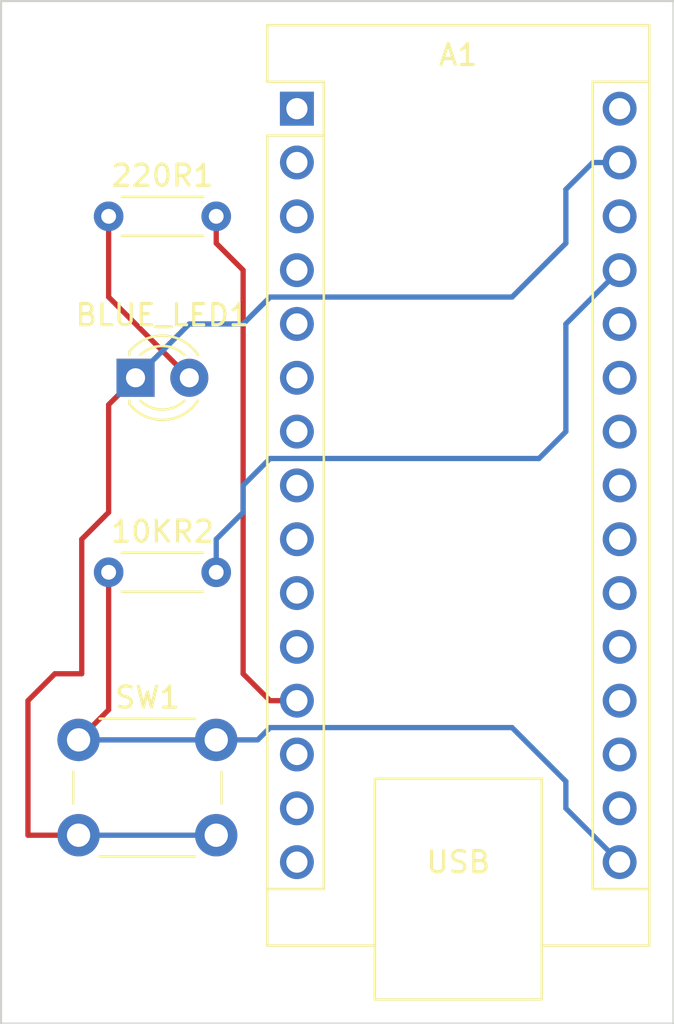
<source format=kicad_pcb>
(kicad_pcb (version 20221018) (generator pcbnew)
  (layers (0 "F.Cu" signal) (31 "B.Cu" signal) (34 "B.Paste" user) (35 "F.Paste" user) (36 "B.SilkS" user "B.Silkscreen") (37 "F.SilkS" user "F.Silkscreen") (38 "B.Mask" user) (39 "F.Mask" user) (44 "Edge.Cuts" user))
  (net 0 "")
  (net 1 "Net-(BLUE_LED1-K)")
  (net 2 "Net-(A1-+5V)")
  (net 3 "Net-(BLUE_LED1-A)")
  (net 29 "Net-(A1-D13)")
  (net 30 "Net-(A1-D9)")
  (footprint "Resistor_THT:R_Axial_DIN0204_L3.6mm_D1.6mm_P5.08mm_Horizontal" (layer "F.Cu") (at 132.08 98.08)
    (fp_text reference "10KR2" (at 2.54 -1.92) (layer "F.SilkS"))
    (fp_text value "R_US")
    (fp_line (start 0.62 -0.92) (end 4.46 -0.92) (stroke (width 0.12)) (layer "F.SilkS"))
    (fp_line (start 0.62 0.92) (end 4.46 0.92) (stroke (width 0.12)) (layer "F.SilkS"))
    (pad "1" thru_hole circle (at 0 0) (size 1.4 1.4) (drill 0.7) (layers "*.Cu" "*.Mask") (net 29 "Net-(A1-D13)"))
    (pad "2" thru_hole oval (at 5.08 0) (size 1.4 1.4) (drill 0.7) (layers "*.Cu" "*.Mask") (net 2 "Net-(A1-+5V)"))
  )
  (footprint "Resistor_THT:R_Axial_DIN0204_L3.6mm_D1.6mm_P5.08mm_Horizontal" (layer "F.Cu") (at 132.08 81.28)
    (fp_text reference "220R1" (at 2.54 -1.92) (layer "F.SilkS"))
    (fp_text value "R_US")
    (fp_line (start 0.62 -0.92) (end 4.46 -0.92) (stroke (width 0.12)) (layer "F.SilkS"))
    (fp_line (start 0.62 0.92) (end 4.46 0.92) (stroke (width 0.12)) (layer "F.SilkS"))
    (pad "1" thru_hole circle (at 0 0) (size 1.4 1.4) (drill 0.7) (layers "*.Cu" "*.Mask") (net 3 "Net-(BLUE_LED1-A)"))
    (pad "2" thru_hole oval (at 5.08 0) (size 1.4 1.4) (drill 0.7) (layers "*.Cu" "*.Mask") (net 30 "Net-(A1-D9)"))
  )
  (footprint "Button_Switch_THT:SW_PUSH_6mm" (layer "F.Cu") (at 130.66 105.99)
    (fp_text reference "SW1" (at 3.25 -2) (layer "F.SilkS"))
    (fp_text value "SW_Push")
    (fp_line (start -0.25 1.5) (end -0.25 3) (stroke (width 0.12)) (layer "F.SilkS"))
    (fp_line (start 1 5.5) (end 5.5 5.5) (stroke (width 0.12)) (layer "F.SilkS"))
    (fp_line (start 5.5 -1) (end 1 -1) (stroke (width 0.12)) (layer "F.SilkS"))
    (fp_line (start 6.75 3) (end 6.75 1.5) (stroke (width 0.12)) (layer "F.SilkS"))
    (pad "1" thru_hole circle (at 0 0 90) (size 2 2) (drill 1.1) (layers "*.Cu" "*.Mask") (net 29 "Net-(A1-D13)"))
    (pad "1" thru_hole circle (at 6.5 0 90) (size 2 2) (drill 1.1) (layers "*.Cu" "*.Mask") (net 29 "Net-(A1-D13)"))
    (pad "2" thru_hole circle (at 0 4.5 90) (size 2 2) (drill 1.1) (layers "*.Cu" "*.Mask") (net 1 "Net-(BLUE_LED1-K)"))
    (pad "2" thru_hole circle (at 6.5 4.5 90) (size 2 2) (drill 1.1) (layers "*.Cu" "*.Mask") (net 1 "Net-(BLUE_LED1-K)"))
  )
  (footprint "LED_THT:LED_D3.0mm" (layer "F.Cu") (at 133.35 88.9)
    (fp_text reference "BLUE_LED1" (at 1.27 -2.96) (layer "F.SilkS"))
    (fp_text value "LED")
    (fp_line (start -0.29 -1.236) (end -0.29 -1.08) (stroke (width 0.12)) (layer "F.SilkS"))
    (fp_line (start -0.29 1.08) (end -0.29 1.236) (stroke (width 0.12)) (layer "F.SilkS"))
    (fp_arc (start -0.29 -1.235516) (mid 1.366487 -1.987659) (end 2.942335 -1.078608) (stroke (width 0.12)) (layer "F.SilkS"))
    (fp_arc (start 0.229039 -1.08) (mid 1.270117 -1.5) (end 2.31113 -1.079837) (stroke (width 0.12)) (layer "F.SilkS"))
    (fp_arc (start 2.31113 1.079837) (mid 1.270117 1.5) (end 0.229039 1.08) (stroke (width 0.12)) (layer "F.SilkS"))
    (fp_arc (start 2.942335 1.078608) (mid 1.366487 1.987659) (end -0.29 1.235516) (stroke (width 0.12)) (layer "F.SilkS"))
    (pad "1" thru_hole rect (at 0 0) (size 1.8 1.8) (drill 0.9) (layers "*.Cu" "*.Mask") (net 1 "Net-(BLUE_LED1-K)"))
    (pad "2" thru_hole circle (at 2.54 0) (size 1.8 1.8) (drill 0.9) (layers "*.Cu" "*.Mask") (net 3 "Net-(BLUE_LED1-A)"))
  )
  (footprint "Module:Arduino_Nano" (layer "F.Cu") (at 140.97 76.2)
    (fp_text reference "A1" (at 7.62 -2.54) (layer "F.SilkS"))
    (fp_text value "Arduino_Nano_v3.x")
    (fp_text user "USB" (at 7.62 35.56 unlocked) (layer "F.SilkS"))
    (fp_line (start -1.4 -3.94) (end -1.4 -1.27) (stroke (width 0.12)) (layer "F.SilkS"))
    (fp_line (start -1.4 1.27) (end -1.4 39.5) (stroke (width 0.12)) (layer "F.SilkS"))
    (fp_line (start -1.4 39.5) (end 3.68 39.5) (stroke (width 0.12)) (layer "F.SilkS"))
    (fp_line (start 1.27 -1.27) (end -1.4 -1.27) (stroke (width 0.12)) (layer "F.SilkS"))
    (fp_line (start 1.27 1.27) (end -1.4 1.27) (stroke (width 0.12)) (layer "F.SilkS"))
    (fp_line (start 1.27 1.27) (end 1.27 -1.27) (stroke (width 0.12)) (layer "F.SilkS"))
    (fp_line (start 1.27 1.27) (end 1.27 36.83) (stroke (width 0.12)) (layer "F.SilkS"))
    (fp_line (start 1.27 36.83) (end -1.4 36.83) (stroke (width 0.12)) (layer "F.SilkS"))
    (fp_line (start 3.68 31.62) (end 11.56 31.62) (stroke (width 0.12)) (layer "F.SilkS"))
    (fp_line (start 3.68 42.04) (end 3.68 31.62) (stroke (width 0.12)) (layer "F.SilkS"))
    (fp_line (start 11.56 31.62) (end 11.56 42.04) (stroke (width 0.12)) (layer "F.SilkS"))
    (fp_line (start 11.56 42.04) (end 3.68 42.04) (stroke (width 0.12)) (layer "F.SilkS"))
    (fp_line (start 13.97 -1.27) (end 13.97 36.83) (stroke (width 0.12)) (layer "F.SilkS"))
    (fp_line (start 13.97 -1.27) (end 16.64 -1.27) (stroke (width 0.12)) (layer "F.SilkS"))
    (fp_line (start 13.97 36.83) (end 16.64 36.83) (stroke (width 0.12)) (layer "F.SilkS"))
    (fp_line (start 16.64 -3.94) (end -1.4 -3.94) (stroke (width 0.12)) (layer "F.SilkS"))
    (fp_line (start 16.64 39.5) (end 11.56 39.5) (stroke (width 0.12)) (layer "F.SilkS"))
    (fp_line (start 16.64 39.5) (end 16.64 -3.94) (stroke (width 0.12)) (layer "F.SilkS"))
    (pad "1" thru_hole rect (at 0 0) (size 1.6 1.6) (drill 1) (layers "*.Cu" "*.Mask"))
    (pad "2" thru_hole oval (at 0 2.54) (size 1.6 1.6) (drill 1) (layers "*.Cu" "*.Mask"))
    (pad "3" thru_hole oval (at 0 5.08) (size 1.6 1.6) (drill 1) (layers "*.Cu" "*.Mask"))
    (pad "4" thru_hole oval (at 0 7.62) (size 1.6 1.6) (drill 1) (layers "*.Cu" "*.Mask"))
    (pad "5" thru_hole oval (at 0 10.16) (size 1.6 1.6) (drill 1) (layers "*.Cu" "*.Mask"))
    (pad "6" thru_hole oval (at 0 12.7) (size 1.6 1.6) (drill 1) (layers "*.Cu" "*.Mask"))
    (pad "7" thru_hole oval (at 0 15.24) (size 1.6 1.6) (drill 1) (layers "*.Cu" "*.Mask"))
    (pad "8" thru_hole oval (at 0 17.78) (size 1.6 1.6) (drill 1) (layers "*.Cu" "*.Mask"))
    (pad "9" thru_hole oval (at 0 20.32) (size 1.6 1.6) (drill 1) (layers "*.Cu" "*.Mask"))
    (pad "10" thru_hole oval (at 0 22.86) (size 1.6 1.6) (drill 1) (layers "*.Cu" "*.Mask"))
    (pad "11" thru_hole oval (at 0 25.4) (size 1.6 1.6) (drill 1) (layers "*.Cu" "*.Mask"))
    (pad "12" thru_hole oval (at 0 27.94) (size 1.6 1.6) (drill 1) (layers "*.Cu" "*.Mask") (net 30 "Net-(A1-D9)"))
    (pad "13" thru_hole oval (at 0 30.48) (size 1.6 1.6) (drill 1) (layers "*.Cu" "*.Mask"))
    (pad "14" thru_hole oval (at 0 33.02) (size 1.6 1.6) (drill 1) (layers "*.Cu" "*.Mask"))
    (pad "15" thru_hole oval (at 0 35.56) (size 1.6 1.6) (drill 1) (layers "*.Cu" "*.Mask"))
    (pad "16" thru_hole oval (at 15.24 35.56) (size 1.6 1.6) (drill 1) (layers "*.Cu" "*.Mask") (net 29 "Net-(A1-D13)"))
    (pad "17" thru_hole oval (at 15.24 33.02) (size 1.6 1.6) (drill 1) (layers "*.Cu" "*.Mask"))
    (pad "18" thru_hole oval (at 15.24 30.48) (size 1.6 1.6) (drill 1) (layers "*.Cu" "*.Mask"))
    (pad "19" thru_hole oval (at 15.24 27.94) (size 1.6 1.6) (drill 1) (layers "*.Cu" "*.Mask"))
    (pad "20" thru_hole oval (at 15.24 25.4) (size 1.6 1.6) (drill 1) (layers "*.Cu" "*.Mask"))
    (pad "21" thru_hole oval (at 15.24 22.86) (size 1.6 1.6) (drill 1) (layers "*.Cu" "*.Mask"))
    (pad "22" thru_hole oval (at 15.24 20.32) (size 1.6 1.6) (drill 1) (layers "*.Cu" "*.Mask"))
    (pad "23" thru_hole oval (at 15.24 17.78) (size 1.6 1.6) (drill 1) (layers "*.Cu" "*.Mask"))
    (pad "24" thru_hole oval (at 15.24 15.24) (size 1.6 1.6) (drill 1) (layers "*.Cu" "*.Mask"))
    (pad "25" thru_hole oval (at 15.24 12.7) (size 1.6 1.6) (drill 1) (layers "*.Cu" "*.Mask"))
    (pad "26" thru_hole oval (at 15.24 10.16) (size 1.6 1.6) (drill 1) (layers "*.Cu" "*.Mask"))
    (pad "27" thru_hole oval (at 15.24 7.62) (size 1.6 1.6) (drill 1) (layers "*.Cu" "*.Mask") (net 2 "Net-(A1-+5V)"))
    (pad "28" thru_hole oval (at 15.24 5.08) (size 1.6 1.6) (drill 1) (layers "*.Cu" "*.Mask"))
    (pad "29" thru_hole oval (at 15.24 2.54) (size 1.6 1.6) (drill 1) (layers "*.Cu" "*.Mask") (net 1 "Net-(BLUE_LED1-K)"))
    (pad "30" thru_hole oval (at 15.24 0) (size 1.6 1.6) (drill 1) (layers "*.Cu" "*.Mask"))
  )
  (gr_line (start 158.75 71.12) (end 127 71.12) (stroke (width 0.1)) (layer "Edge.Cuts"))
  (gr_line (start 158.75 119.38) (end 127 119.38) (stroke (width 0.1)) (layer "Edge.Cuts"))
  (gr_line (start 127 72.39) (end 127 119.38) (stroke (width 0.1)) (layer "Edge.Cuts"))
  (gr_line (start 127 71.12) (end 127 72.39) (stroke (width 0.1)) (layer "Edge.Cuts"))
  (gr_line (start 158.75 71.12) (end 158.75 119.38) (stroke (width 0.1)) (layer "Edge.Cuts"))
  (segment (start 132.08 95.25) (end 132.08 90.17) (width 0.25) (layer "F.Cu") (net 1))
  (segment (start 130.66 110.49) (end 128.27 110.49) (width 0.25) (layer "F.Cu") (net 1))
  (segment (start 132.08 90.17) (end 133.35 88.9) (width 0.25) (layer "F.Cu") (net 1))
  (segment (start 128.27 110.49) (end 128.27 104.14) (width 0.25) (layer "F.Cu") (net 1))
  (segment (start 130.81 96.52) (end 132.08 95.25) (width 0.25) (layer "F.Cu") (net 1))
  (segment (start 129.54 102.87) (end 130.81 102.87) (width 0.25) (layer "F.Cu") (net 1))
  (segment (start 130.81 102.87) (end 130.81 96.52) (width 0.25) (layer "F.Cu") (net 1))
  (segment (start 128.27 104.14) (end 129.54 102.87) (width 0.25) (layer "F.Cu") (net 1))
  (segment (start 137.16 110.49) (end 130.66 110.49) (width 0.25) (layer "B.Cu") (net 1))
  (segment (start 139.7 85.09) (end 151.13 85.09) (width 0.25) (layer "B.Cu") (net 1))
  (segment (start 153.67 80.01) (end 154.94 78.74) (width 0.25) (layer "B.Cu") (net 1))
  (segment (start 138.43 86.36) (end 139.7 85.09) (width 0.25) (layer "B.Cu") (net 1))
  (segment (start 135.89 86.36) (end 138.43 86.36) (width 0.25) (layer "B.Cu") (net 1))
  (segment (start 151.13 85.09) (end 153.67 82.55) (width 0.25) (layer "B.Cu") (net 1))
  (segment (start 133.35 88.9) (end 135.89 86.36) (width 0.25) (layer "B.Cu") (net 1))
  (segment (start 153.67 82.55) (end 153.67 80.01) (width 0.25) (layer "B.Cu") (net 1))
  (segment (start 154.94 78.74) (end 156.21 78.74) (width 0.25) (layer "B.Cu") (net 1))
  (segment (start 137.16 98.08) (end 137.16 96.52) (width 0.25) (layer "B.Cu") (net 2))
  (segment (start 138.43 95.25) (end 138.43 93.98) (width 0.25) (layer "B.Cu") (net 2))
  (segment (start 138.43 93.98) (end 139.7 92.71) (width 0.25) (layer "B.Cu") (net 2))
  (segment (start 137.16 96.52) (end 138.43 95.25) (width 0.25) (layer "B.Cu") (net 2))
  (segment (start 152.4 92.71) (end 153.67 91.44) (width 0.25) (layer "B.Cu") (net 2))
  (segment (start 153.67 91.44) (end 153.67 86.36) (width 0.25) (layer "B.Cu") (net 2))
  (segment (start 139.7 92.71) (end 152.4 92.71) (width 0.25) (layer "B.Cu") (net 2))
  (segment (start 153.67 86.36) (end 156.21 83.82) (width 0.25) (layer "B.Cu") (net 2))
  (segment (start 132.08 85.09) (end 135.89 88.9) (width 0.25) (layer "F.Cu") (net 3))
  (segment (start 132.08 81.28) (end 132.08 85.09) (width 0.25) (layer "F.Cu") (net 3))
  (segment (start 132.08 104.57) (end 132.08 98.08) (width 0.25) (layer "F.Cu") (net 29))
  (segment (start 130.66 105.99) (end 132.08 104.57) (width 0.25) (layer "F.Cu") (net 29))
  (segment (start 139.12 105.99) (end 139.7 105.41) (width 0.25) (layer "B.Cu") (net 29))
  (segment (start 153.67 107.95) (end 153.67 109.22) (width 0.25) (layer "B.Cu") (net 29))
  (segment (start 139.7 105.41) (end 151.13 105.41) (width 0.25) (layer "B.Cu") (net 29))
  (segment (start 130.66 105.99) (end 137.16 105.99) (width 0.25) (layer "B.Cu") (net 29))
  (segment (start 137.16 105.99) (end 139.12 105.99) (width 0.25) (layer "B.Cu") (net 29))
  (segment (start 151.13 105.41) (end 153.67 107.95) (width 0.25) (layer "B.Cu") (net 29))
  (segment (start 153.67 109.22) (end 156.21 111.76) (width 0.25) (layer "B.Cu") (net 29))
  (segment (start 138.43 83.82) (end 138.43 102.87) (width 0.25) (layer "F.Cu") (net 30))
  (segment (start 137.16 82.55) (end 138.43 83.82) (width 0.25) (layer "F.Cu") (net 30))
  (segment (start 138.43 102.87) (end 139.7 104.14) (width 0.25) (layer "F.Cu") (net 30))
  (segment (start 137.16 81.28) (end 137.16 82.55) (width 0.25) (layer "F.Cu") (net 30))
  (segment (start 139.7 104.14) (end 140.97 104.14) (width 0.25) (layer "F.Cu") (net 30))
)
</source>
